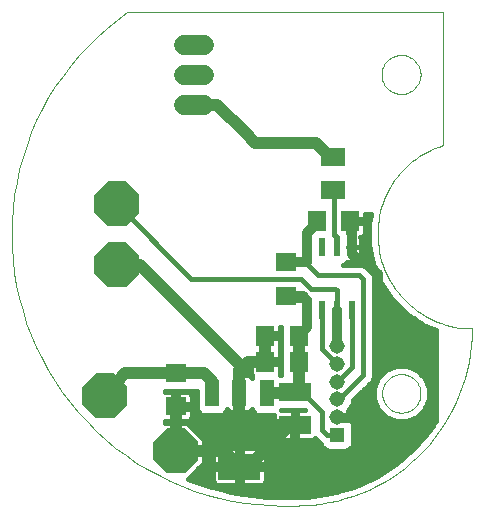
<source format=gbl>
G75*
G70*
%OFA0B0*%
%FSLAX24Y24*%
%IPPOS*%
%LPD*%
%AMOC8*
5,1,8,0,0,1.08239X$1,22.5*
%
%ADD10C,0.0000*%
%ADD11OC8,0.1500*%
%ADD12R,0.0236X0.0630*%
%ADD13R,0.0515X0.0515*%
%ADD14C,0.0515*%
%ADD15C,0.0660*%
%ADD16R,0.0787X0.0630*%
%ADD17R,0.0710X0.0630*%
%ADD18R,0.0630X0.0709*%
%ADD19R,0.0480X0.0880*%
%ADD20R,0.1417X0.0866*%
%ADD21R,0.0709X0.0630*%
%ADD22R,0.1063X0.0630*%
%ADD23C,0.0157*%
%ADD24C,0.0320*%
%ADD25C,0.0400*%
D10*
X009193Y008145D02*
X009587Y008145D01*
X012490Y011885D02*
X012492Y011935D01*
X012498Y011985D01*
X012508Y012034D01*
X012521Y012083D01*
X012539Y012130D01*
X012560Y012176D01*
X012584Y012219D01*
X012612Y012261D01*
X012643Y012301D01*
X012677Y012338D01*
X012714Y012372D01*
X012754Y012403D01*
X012796Y012431D01*
X012839Y012455D01*
X012885Y012476D01*
X012932Y012494D01*
X012981Y012507D01*
X013030Y012517D01*
X013080Y012523D01*
X013130Y012525D01*
X013180Y012523D01*
X013230Y012517D01*
X013279Y012507D01*
X013328Y012494D01*
X013375Y012476D01*
X013421Y012455D01*
X013464Y012431D01*
X013506Y012403D01*
X013546Y012372D01*
X013583Y012338D01*
X013617Y012301D01*
X013648Y012261D01*
X013676Y012219D01*
X013700Y012176D01*
X013721Y012130D01*
X013739Y012083D01*
X013752Y012034D01*
X013762Y011985D01*
X013768Y011935D01*
X013770Y011885D01*
X013768Y011835D01*
X013762Y011785D01*
X013752Y011736D01*
X013739Y011687D01*
X013721Y011640D01*
X013700Y011594D01*
X013676Y011551D01*
X013648Y011509D01*
X013617Y011469D01*
X013583Y011432D01*
X013546Y011398D01*
X013506Y011367D01*
X013464Y011339D01*
X013421Y011315D01*
X013375Y011294D01*
X013328Y011276D01*
X013279Y011263D01*
X013230Y011253D01*
X013180Y011247D01*
X013130Y011245D01*
X013080Y011247D01*
X013030Y011253D01*
X012981Y011263D01*
X012932Y011276D01*
X012885Y011294D01*
X012839Y011315D01*
X012796Y011339D01*
X012754Y011367D01*
X012714Y011398D01*
X012677Y011432D01*
X012643Y011469D01*
X012612Y011509D01*
X012584Y011551D01*
X012560Y011594D01*
X012539Y011640D01*
X012521Y011687D01*
X012508Y011736D01*
X012498Y011785D01*
X012492Y011835D01*
X012490Y011885D01*
X015493Y014050D02*
X015486Y013769D01*
X015466Y013489D01*
X015433Y013209D01*
X015386Y012932D01*
X015327Y012658D01*
X015254Y012386D01*
X015168Y012118D01*
X015070Y011855D01*
X014959Y011597D01*
X014836Y011344D01*
X014702Y011097D01*
X014555Y010857D01*
X014398Y010624D01*
X014229Y010399D01*
X014050Y010182D01*
X013861Y009974D01*
X013663Y009776D01*
X013455Y009587D01*
X013238Y009408D01*
X013013Y009239D01*
X012780Y009082D01*
X012540Y008935D01*
X012293Y008801D01*
X012040Y008678D01*
X011782Y008567D01*
X011519Y008469D01*
X011251Y008383D01*
X010979Y008310D01*
X010705Y008251D01*
X010428Y008204D01*
X010148Y008171D01*
X009868Y008151D01*
X009587Y008144D01*
X009193Y008145D02*
X008762Y008155D01*
X008332Y008186D01*
X007904Y008237D01*
X007479Y008309D01*
X007058Y008400D01*
X006642Y008512D01*
X006231Y008643D01*
X005828Y008794D01*
X005431Y008963D01*
X005044Y009152D01*
X004665Y009358D01*
X004297Y009582D01*
X003941Y009824D01*
X003596Y010082D01*
X003263Y010357D01*
X002944Y010647D01*
X002640Y010951D01*
X002350Y011270D01*
X002075Y011603D01*
X001817Y011948D01*
X001575Y012304D01*
X001351Y012673D01*
X001145Y013051D01*
X000956Y013438D01*
X000787Y013835D01*
X000636Y014238D01*
X000505Y014649D01*
X000393Y015065D01*
X000302Y015486D01*
X000230Y015911D01*
X000179Y016339D01*
X000148Y016769D01*
X000138Y017200D01*
X003996Y024601D02*
X004036Y024601D01*
X009311Y024601D01*
X014508Y024601D01*
X014508Y020153D01*
X012471Y022515D02*
X012473Y022565D01*
X012479Y022615D01*
X012489Y022665D01*
X012502Y022713D01*
X012519Y022761D01*
X012540Y022807D01*
X012564Y022851D01*
X012592Y022893D01*
X012623Y022933D01*
X012657Y022970D01*
X012694Y023005D01*
X012733Y023036D01*
X012774Y023065D01*
X012818Y023090D01*
X012864Y023112D01*
X012911Y023130D01*
X012959Y023144D01*
X013008Y023155D01*
X013058Y023162D01*
X013108Y023165D01*
X013159Y023164D01*
X013209Y023159D01*
X013259Y023150D01*
X013307Y023138D01*
X013355Y023121D01*
X013401Y023101D01*
X013446Y023078D01*
X013489Y023051D01*
X013529Y023021D01*
X013567Y022988D01*
X013602Y022952D01*
X013635Y022913D01*
X013664Y022872D01*
X013690Y022829D01*
X013713Y022784D01*
X013732Y022737D01*
X013747Y022689D01*
X013759Y022640D01*
X013767Y022590D01*
X013771Y022540D01*
X013771Y022490D01*
X013767Y022440D01*
X013759Y022390D01*
X013747Y022341D01*
X013732Y022293D01*
X013713Y022246D01*
X013690Y022201D01*
X013664Y022158D01*
X013635Y022117D01*
X013602Y022078D01*
X013567Y022042D01*
X013529Y022009D01*
X013489Y021979D01*
X013446Y021952D01*
X013401Y021929D01*
X013355Y021909D01*
X013307Y021892D01*
X013259Y021880D01*
X013209Y021871D01*
X013159Y021866D01*
X013108Y021865D01*
X013058Y021868D01*
X013008Y021875D01*
X012959Y021886D01*
X012911Y021900D01*
X012864Y021918D01*
X012818Y021940D01*
X012774Y021965D01*
X012733Y021994D01*
X012694Y022025D01*
X012657Y022060D01*
X012623Y022097D01*
X012592Y022137D01*
X012564Y022179D01*
X012540Y022223D01*
X012519Y022269D01*
X012502Y022317D01*
X012489Y022365D01*
X012479Y022415D01*
X012473Y022465D01*
X012471Y022515D01*
X012343Y017239D02*
X012343Y017200D01*
X012342Y017239D02*
X012345Y017383D01*
X012356Y017527D01*
X012373Y017670D01*
X012396Y017812D01*
X012427Y017953D01*
X012464Y018092D01*
X012508Y018229D01*
X012558Y018364D01*
X012614Y018497D01*
X012677Y018626D01*
X012745Y018753D01*
X012820Y018876D01*
X012900Y018996D01*
X012986Y019112D01*
X013078Y019223D01*
X013174Y019330D01*
X013276Y019432D01*
X013382Y019530D01*
X013492Y019622D01*
X013607Y019709D01*
X013726Y019790D01*
X013849Y019866D01*
X013975Y019936D01*
X014104Y019999D01*
X014236Y020057D01*
X014371Y020108D01*
X014508Y020153D01*
X012342Y017200D02*
X012346Y017050D01*
X012356Y016901D01*
X012374Y016752D01*
X012399Y016604D01*
X012431Y016457D01*
X012470Y016313D01*
X012515Y016170D01*
X012568Y016029D01*
X012627Y015891D01*
X012692Y015757D01*
X012764Y015625D01*
X012842Y015497D01*
X012926Y015373D01*
X013016Y015253D01*
X013111Y015137D01*
X013212Y015026D01*
X013318Y014920D01*
X013429Y014819D01*
X013545Y014724D01*
X013665Y014634D01*
X013789Y014550D01*
X013917Y014472D01*
X014049Y014400D01*
X014183Y014335D01*
X014321Y014276D01*
X014462Y014223D01*
X014605Y014178D01*
X014749Y014139D01*
X014896Y014107D01*
X015044Y014082D01*
X015193Y014064D01*
X015342Y014054D01*
X015492Y014050D01*
X003996Y024602D02*
X003647Y024345D01*
X003310Y024072D01*
X002987Y023782D01*
X002678Y023478D01*
X002384Y023159D01*
X002105Y022826D01*
X001843Y022481D01*
X001598Y022123D01*
X001370Y021753D01*
X001161Y021374D01*
X000969Y020984D01*
X000797Y020586D01*
X000644Y020180D01*
X000511Y019767D01*
X000397Y019349D01*
X000304Y018925D01*
X000232Y018497D01*
X000180Y018066D01*
X000148Y017634D01*
X000138Y017200D01*
D11*
X003248Y011806D03*
X005610Y009956D03*
X003642Y016176D03*
X003642Y018184D03*
D12*
X009978Y016749D03*
X010475Y016749D03*
X010975Y016749D03*
X011475Y016749D03*
X011478Y014659D03*
X010978Y014659D03*
X010478Y014659D03*
X009978Y014659D03*
D13*
X010984Y010507D03*
D14*
X010984Y011097D03*
X010984Y011688D03*
X010984Y012279D03*
X010984Y012869D03*
X010980Y013460D03*
D15*
X006551Y021515D02*
X005891Y021515D01*
X005891Y022515D02*
X006551Y022515D01*
X006551Y023515D02*
X005891Y023515D01*
D16*
X010847Y019759D03*
X010847Y018656D03*
D17*
X009272Y016264D03*
X009272Y015144D03*
D18*
X009705Y013814D03*
X009705Y012948D03*
X008603Y012948D03*
X008603Y013814D03*
X010335Y017633D03*
X011437Y017633D03*
D19*
X008646Y011884D03*
X007736Y011884D03*
X006826Y011884D03*
D20*
X007736Y009444D03*
D21*
X005610Y011452D03*
X005610Y012554D03*
D22*
X009587Y011924D03*
X009587Y010822D03*
D23*
X006539Y009571D02*
X006005Y009036D01*
X006581Y008818D01*
X007610Y008564D01*
X008663Y008436D01*
X009193Y008420D01*
X009587Y008420D01*
X009988Y008435D01*
X010783Y008549D01*
X011554Y008775D01*
X012285Y009109D01*
X012961Y009543D01*
X013568Y010069D01*
X014094Y010676D01*
X014291Y010984D01*
X014291Y013990D01*
X013870Y014164D01*
X013309Y014539D01*
X013309Y014539D01*
X012832Y015016D01*
X012457Y015577D01*
X012199Y016201D01*
X012199Y016201D01*
X012067Y016862D01*
X012067Y017594D01*
X012129Y017879D01*
X011931Y017879D01*
X011931Y017712D01*
X011516Y017712D01*
X011516Y017554D01*
X011931Y017554D01*
X011931Y017255D01*
X011919Y017210D01*
X011895Y017169D01*
X011862Y017135D01*
X011821Y017112D01*
X011776Y017100D01*
X011768Y017100D01*
X011771Y017087D01*
X011771Y016749D01*
X011475Y016749D01*
X011475Y016749D01*
X011475Y016749D01*
X011475Y017242D01*
X011516Y017242D01*
X011516Y017554D01*
X011358Y017554D01*
X011358Y017242D01*
X011475Y017242D01*
X011475Y016749D01*
X011771Y016749D01*
X011771Y016410D01*
X011759Y016365D01*
X011736Y016324D01*
X011702Y016291D01*
X011662Y016267D01*
X011616Y016255D01*
X011475Y016255D01*
X011475Y016749D01*
X011475Y016749D01*
X011475Y016749D01*
X011368Y016749D01*
X011368Y016749D01*
X011475Y016749D01*
X011475Y016255D01*
X011333Y016255D01*
X011310Y016261D01*
X011249Y016200D01*
X011191Y016176D01*
X011803Y016176D01*
X011933Y016122D01*
X012033Y016023D01*
X012171Y015885D01*
X012225Y015755D01*
X012225Y012444D01*
X012171Y012314D01*
X012071Y012214D01*
X011517Y011661D01*
X011517Y011582D01*
X011436Y011386D01*
X011364Y011314D01*
X011389Y011265D01*
X011410Y011200D01*
X011421Y011132D01*
X011421Y011097D01*
X010984Y011097D01*
X010984Y011097D01*
X011421Y011097D01*
X011421Y011063D01*
X011410Y010995D01*
X011408Y010988D01*
X011476Y010920D01*
X011517Y010819D01*
X011517Y010195D01*
X011476Y010093D01*
X011398Y010016D01*
X011297Y009974D01*
X010672Y009974D01*
X010571Y010016D01*
X010493Y010093D01*
X010451Y010195D01*
X010451Y010206D01*
X010449Y010206D01*
X010292Y010364D01*
X010260Y010396D01*
X010228Y010364D01*
X010187Y010340D01*
X010142Y010328D01*
X009665Y010328D01*
X009665Y010743D01*
X009508Y010743D01*
X009508Y010328D01*
X009032Y010328D01*
X008986Y010340D01*
X008946Y010364D01*
X008912Y010397D01*
X008889Y010438D01*
X008877Y010483D01*
X008877Y010743D01*
X009508Y010743D01*
X009508Y010901D01*
X009508Y011316D01*
X009131Y011316D01*
X009139Y011334D01*
X009912Y011334D01*
X009931Y011316D01*
X009665Y011316D01*
X009665Y010901D01*
X009508Y010901D01*
X008877Y010901D01*
X008877Y011160D01*
X008879Y011169D01*
X008352Y011169D01*
X008250Y011211D01*
X008173Y011288D01*
X008139Y011369D01*
X008119Y011335D01*
X008086Y011301D01*
X008045Y011278D01*
X008000Y011266D01*
X007778Y011266D01*
X007778Y011843D01*
X007695Y011843D01*
X007695Y011266D01*
X007473Y011266D01*
X007427Y011278D01*
X007387Y011301D01*
X007353Y011335D01*
X007333Y011369D01*
X007300Y011288D01*
X007222Y011211D01*
X007121Y011169D01*
X006532Y011169D01*
X006430Y011211D01*
X006353Y011288D01*
X006311Y011390D01*
X006311Y011982D01*
X006065Y011982D01*
X006020Y011964D01*
X005256Y011964D01*
X005256Y011945D01*
X005532Y011945D01*
X005532Y011530D01*
X005689Y011530D01*
X006143Y011530D01*
X006143Y011790D01*
X006131Y011836D01*
X006108Y011876D01*
X006074Y011910D01*
X006034Y011933D01*
X005988Y011945D01*
X005689Y011945D01*
X005689Y011530D01*
X005689Y011373D01*
X005689Y010958D01*
X005988Y010958D01*
X006034Y010970D01*
X006074Y010994D01*
X006108Y011027D01*
X006131Y011068D01*
X006143Y011113D01*
X006143Y011373D01*
X005689Y011373D01*
X005532Y011373D01*
X005532Y010958D01*
X005256Y010958D01*
X005256Y010884D01*
X005552Y010884D01*
X005552Y010014D01*
X005669Y010014D01*
X006539Y010014D01*
X006539Y010340D01*
X005995Y010884D01*
X005669Y010884D01*
X005669Y010014D01*
X005669Y009897D01*
X006539Y009897D01*
X006539Y009571D01*
X006517Y009548D02*
X006849Y009548D01*
X006849Y009523D02*
X007658Y009523D01*
X007658Y010056D01*
X007004Y010056D01*
X006959Y010044D01*
X006918Y010020D01*
X006885Y009987D01*
X006861Y009946D01*
X006849Y009901D01*
X006849Y009523D01*
X006849Y009366D02*
X006849Y008988D01*
X006861Y008942D01*
X006885Y008901D01*
X006918Y008868D01*
X006959Y008845D01*
X007004Y008832D01*
X007658Y008832D01*
X007658Y009366D01*
X006849Y009366D01*
X006849Y009237D02*
X006205Y009237D01*
X006361Y009393D02*
X007658Y009393D01*
X007658Y009366D02*
X007658Y009523D01*
X007815Y009523D01*
X007815Y010056D01*
X008469Y010056D01*
X008514Y010044D01*
X008555Y010020D01*
X008588Y009987D01*
X008612Y009946D01*
X008624Y009901D01*
X008624Y009523D01*
X007815Y009523D01*
X007815Y009366D01*
X008624Y009366D01*
X008624Y008988D01*
X008612Y008942D01*
X008588Y008901D01*
X008555Y008868D01*
X008514Y008845D01*
X008469Y008832D01*
X007815Y008832D01*
X007815Y009366D01*
X007658Y009366D01*
X007736Y009444D02*
X007756Y009424D01*
X008012Y009424D01*
X007815Y009393D02*
X012726Y009393D01*
X012483Y009237D02*
X008624Y009237D01*
X008624Y009081D02*
X012223Y009081D01*
X011881Y008925D02*
X008601Y008925D01*
X008495Y008457D02*
X010142Y008457D01*
X011000Y008613D02*
X007414Y008613D01*
X007658Y008925D02*
X007815Y008925D01*
X007815Y009081D02*
X007658Y009081D01*
X007658Y009237D02*
X007815Y009237D01*
X007815Y009548D02*
X007658Y009548D01*
X007658Y009704D02*
X007815Y009704D01*
X007815Y009860D02*
X007658Y009860D01*
X007658Y010016D02*
X007815Y010016D01*
X008559Y010016D02*
X010570Y010016D01*
X010460Y010172D02*
X006539Y010172D01*
X006539Y010016D02*
X006914Y010016D01*
X006849Y009860D02*
X006539Y009860D01*
X006539Y009704D02*
X006849Y009704D01*
X006849Y009081D02*
X006049Y009081D01*
X006300Y008925D02*
X006871Y008925D01*
X006781Y008769D02*
X011532Y008769D01*
X011399Y010016D02*
X013507Y010016D01*
X013657Y010172D02*
X011508Y010172D01*
X011517Y010328D02*
X013792Y010328D01*
X013927Y010484D02*
X011517Y010484D01*
X011517Y010640D02*
X014063Y010640D01*
X014171Y010796D02*
X011517Y010796D01*
X011444Y010952D02*
X014271Y010952D01*
X014291Y011108D02*
X013647Y011108D01*
X013649Y011109D02*
X013906Y011366D01*
X014045Y011703D01*
X014045Y012067D01*
X013906Y012403D01*
X013649Y012661D01*
X013312Y012800D01*
X012948Y012800D01*
X012612Y012661D01*
X012354Y012403D01*
X012215Y012067D01*
X012215Y011703D01*
X012354Y011366D01*
X012612Y011109D01*
X012948Y010969D01*
X013312Y010969D01*
X013649Y011109D01*
X013804Y011264D02*
X014291Y011264D01*
X014291Y011420D02*
X013928Y011420D01*
X013993Y011576D02*
X014291Y011576D01*
X014291Y011732D02*
X014045Y011732D01*
X014045Y011888D02*
X014291Y011888D01*
X014291Y012044D02*
X014045Y012044D01*
X013990Y012200D02*
X014291Y012200D01*
X014291Y012356D02*
X013926Y012356D01*
X013797Y012512D02*
X014291Y012512D01*
X014291Y012668D02*
X013631Y012668D01*
X014291Y012824D02*
X012225Y012824D01*
X012225Y012668D02*
X012629Y012668D01*
X012463Y012512D02*
X012225Y012512D01*
X012188Y012356D02*
X012335Y012356D01*
X012270Y012200D02*
X012057Y012200D01*
X011901Y012044D02*
X012215Y012044D01*
X012215Y011888D02*
X011745Y011888D01*
X011589Y011732D02*
X012215Y011732D01*
X012267Y011576D02*
X011515Y011576D01*
X011450Y011420D02*
X012332Y011420D01*
X012456Y011264D02*
X011389Y011264D01*
X011421Y011108D02*
X012613Y011108D01*
X013327Y009860D02*
X008624Y009860D01*
X008624Y009704D02*
X013147Y009704D01*
X012967Y009548D02*
X008624Y009548D01*
X009031Y010328D02*
X006539Y010328D01*
X006395Y010484D02*
X008877Y010484D01*
X008877Y010640D02*
X006239Y010640D01*
X006083Y010796D02*
X009508Y010796D01*
X009587Y010822D02*
X009410Y010822D01*
X009508Y010952D02*
X009665Y010952D01*
X009665Y011108D02*
X009508Y011108D01*
X009508Y011264D02*
X009665Y011264D01*
X009665Y010640D02*
X009508Y010640D01*
X009508Y010484D02*
X009665Y010484D01*
X009665Y010328D02*
X009508Y010328D01*
X008877Y010952D02*
X005256Y010952D01*
X005532Y011108D02*
X005689Y011108D01*
X005689Y011264D02*
X005532Y011264D01*
X005689Y011420D02*
X006311Y011420D01*
X006311Y011576D02*
X006143Y011576D01*
X006143Y011732D02*
X006311Y011732D01*
X006311Y011888D02*
X006096Y011888D01*
X006143Y011264D02*
X006377Y011264D01*
X006142Y011108D02*
X008877Y011108D01*
X008197Y011264D02*
X007276Y011264D01*
X007695Y011420D02*
X007778Y011420D01*
X007778Y011576D02*
X007695Y011576D01*
X007695Y011732D02*
X007778Y011732D01*
X007778Y011926D02*
X007695Y011926D01*
X007695Y011982D01*
X007776Y011982D01*
X007776Y012633D01*
X007953Y012633D01*
X007953Y012928D01*
X008425Y012928D01*
X008425Y013027D01*
X008524Y013027D01*
X008524Y013735D01*
X008681Y013735D01*
X008681Y013281D01*
X008681Y013027D01*
X008524Y013027D01*
X008524Y012869D01*
X008109Y012869D01*
X008109Y012570D01*
X008121Y012524D01*
X008145Y012484D01*
X008165Y012463D01*
X008139Y012400D01*
X008119Y012434D01*
X008086Y012467D01*
X008045Y012491D01*
X008000Y012503D01*
X007778Y012503D01*
X007778Y011926D01*
X007776Y012044D02*
X007778Y012044D01*
X007776Y012200D02*
X007778Y012200D01*
X007776Y012356D02*
X007778Y012356D01*
X007776Y012512D02*
X008128Y012512D01*
X008109Y012668D02*
X007953Y012668D01*
X007953Y012824D02*
X008109Y012824D01*
X008425Y012980D02*
X008524Y012980D01*
X008524Y013136D02*
X008681Y013136D01*
X008681Y013027D02*
X009096Y013027D01*
X009096Y013326D01*
X009084Y013371D01*
X009078Y013381D01*
X009084Y013391D01*
X009096Y013436D01*
X009096Y013735D01*
X008681Y013735D01*
X008681Y013893D01*
X009096Y013893D01*
X009096Y014109D01*
X009114Y014109D01*
X009114Y013405D01*
X009124Y013381D01*
X009114Y013357D01*
X009114Y012539D01*
X009124Y012515D01*
X009086Y012515D01*
X009081Y012519D01*
X009084Y012524D01*
X009096Y012570D01*
X009096Y012869D01*
X008681Y012869D01*
X008681Y013027D01*
X008681Y012980D02*
X009114Y012980D01*
X009114Y012824D02*
X009096Y012824D01*
X009096Y012668D02*
X009114Y012668D01*
X009096Y013136D02*
X009114Y013136D01*
X009114Y013292D02*
X009096Y013292D01*
X009096Y013448D02*
X009114Y013448D01*
X009114Y013604D02*
X009096Y013604D01*
X009114Y013760D02*
X008681Y013760D01*
X008681Y013604D02*
X008524Y013604D01*
X008524Y013448D02*
X008681Y013448D01*
X008681Y013292D02*
X008524Y013292D01*
X009096Y013916D02*
X009114Y013916D01*
X009114Y014072D02*
X009096Y014072D01*
X009303Y015113D02*
X009272Y015144D01*
X009803Y015684D02*
X009784Y015704D01*
X006122Y015704D01*
X003642Y018184D01*
X006225Y021511D02*
X006221Y021515D01*
X009803Y015684D02*
X009823Y015664D01*
X010118Y015369D01*
X010925Y015369D01*
X010978Y015316D01*
X010978Y014659D01*
X010478Y014659D02*
X010478Y013375D01*
X010984Y012869D01*
X011478Y012773D02*
X010984Y012279D01*
X010984Y011688D02*
X011043Y011688D01*
X011870Y012515D01*
X011870Y015684D01*
X011732Y015822D01*
X010354Y015822D01*
X009980Y016196D01*
X009980Y016275D01*
X009969Y016264D01*
X009980Y016747D02*
X009978Y016749D01*
X009980Y016751D01*
X010335Y017574D02*
X010335Y017633D01*
X010886Y017180D02*
X010886Y018617D01*
X010847Y018656D01*
X010847Y019759D02*
X010768Y019759D01*
X011516Y017659D02*
X012081Y017659D01*
X012067Y017504D02*
X011931Y017504D01*
X011931Y017348D02*
X012067Y017348D01*
X012067Y017192D02*
X011908Y017192D01*
X011771Y017036D02*
X012067Y017036D01*
X012067Y016880D02*
X011771Y016880D01*
X011771Y016724D02*
X012095Y016724D01*
X012126Y016568D02*
X011771Y016568D01*
X011771Y016412D02*
X012157Y016412D01*
X012188Y016256D02*
X011619Y016256D01*
X011475Y016256D02*
X011475Y016256D01*
X011330Y016256D02*
X011304Y016256D01*
X011475Y016412D02*
X011475Y016412D01*
X011475Y016568D02*
X011475Y016568D01*
X011475Y016724D02*
X011475Y016724D01*
X011475Y016880D02*
X011475Y016880D01*
X011475Y017036D02*
X011475Y017036D01*
X011475Y017192D02*
X011475Y017192D01*
X011516Y017348D02*
X011358Y017348D01*
X011358Y017504D02*
X011516Y017504D01*
X011475Y017595D02*
X011437Y017633D01*
X011931Y017815D02*
X012115Y017815D01*
X012241Y016100D02*
X011956Y016100D01*
X012112Y015944D02*
X012305Y015944D01*
X012370Y015788D02*
X012211Y015788D01*
X012225Y015632D02*
X012434Y015632D01*
X012525Y015476D02*
X012225Y015476D01*
X012225Y015320D02*
X012629Y015320D01*
X012733Y015164D02*
X012225Y015164D01*
X012225Y015008D02*
X012840Y015008D01*
X012996Y014852D02*
X012225Y014852D01*
X012225Y014696D02*
X013152Y014696D01*
X013308Y014540D02*
X012225Y014540D01*
X012225Y014384D02*
X013541Y014384D01*
X013775Y014228D02*
X012225Y014228D01*
X012225Y014072D02*
X014093Y014072D01*
X014291Y013916D02*
X012225Y013916D01*
X012225Y013760D02*
X014291Y013760D01*
X014291Y013604D02*
X012225Y013604D01*
X012225Y013448D02*
X014291Y013448D01*
X014291Y013292D02*
X012225Y013292D01*
X012225Y013136D02*
X014291Y013136D01*
X014291Y012980D02*
X012225Y012980D01*
X011478Y012773D02*
X011478Y014659D01*
X010978Y013481D02*
X010980Y013460D01*
X009843Y011905D02*
X009606Y011905D01*
X009587Y011924D01*
X009547Y011884D01*
X009587Y011924D02*
X009705Y012042D01*
X009843Y011905D02*
X010492Y011255D01*
X010492Y010664D01*
X010650Y010507D01*
X010984Y010507D01*
X010327Y010328D02*
X010143Y010328D01*
X006826Y011884D02*
X006811Y011900D01*
X006811Y012298D01*
X005689Y011888D02*
X005532Y011888D01*
X005532Y011732D02*
X005689Y011732D01*
X005689Y011576D02*
X005532Y011576D01*
X005552Y010796D02*
X005669Y010796D01*
X005669Y010640D02*
X005552Y010640D01*
X005552Y010484D02*
X005669Y010484D01*
X005669Y010328D02*
X005552Y010328D01*
X005552Y010172D02*
X005669Y010172D01*
X005669Y010016D02*
X005552Y010016D01*
X003662Y012219D02*
X003662Y012279D01*
X010886Y017180D02*
X010975Y017092D01*
X010975Y016749D01*
D24*
X011475Y016749D02*
X011475Y017595D01*
X011475Y016749D02*
X011475Y016532D01*
X011673Y016334D01*
X011870Y016334D01*
X012343Y015861D01*
X012343Y014759D01*
X014213Y012889D01*
X014213Y011216D01*
X013366Y010369D01*
X012244Y010369D01*
X012185Y010310D01*
X012185Y010802D01*
X011910Y011078D01*
X011004Y011078D01*
X010984Y011097D01*
X012185Y010034D02*
X011398Y009247D01*
X010335Y009247D01*
X009587Y009995D01*
X009587Y010822D01*
X010978Y013481D02*
X010978Y014659D01*
X009980Y016275D02*
X009980Y016747D01*
X009980Y016751D02*
X009980Y017219D01*
X010335Y017574D01*
X009969Y016264D02*
X009272Y016264D01*
X009862Y015113D02*
X009978Y014997D01*
X009978Y014659D01*
X009978Y014088D01*
X009705Y013814D01*
X012185Y010310D02*
X012185Y010034D01*
D25*
X009705Y012042D02*
X009705Y012948D01*
X009705Y013814D01*
X009862Y015113D02*
X009303Y015113D01*
X008603Y013814D02*
X008603Y012948D01*
X008032Y012948D01*
X007835Y012751D01*
X004410Y016176D01*
X003642Y016176D01*
X003937Y012554D02*
X003662Y012279D01*
X003662Y012219D02*
X003248Y011806D01*
X003937Y012554D02*
X005610Y012554D01*
X006555Y012554D01*
X006811Y012298D01*
X007736Y012653D02*
X007736Y011884D01*
X007736Y011038D01*
X007953Y010822D01*
X009410Y010822D01*
X008012Y009424D01*
X007736Y009444D02*
X007225Y009956D01*
X005610Y009956D01*
X005610Y011452D01*
X007736Y012653D02*
X007835Y012751D01*
X008646Y011884D02*
X009547Y011884D01*
X010768Y019759D02*
X010295Y020231D01*
X008268Y020231D01*
X007914Y020586D01*
X006988Y021511D01*
X006225Y021511D01*
M02*

</source>
